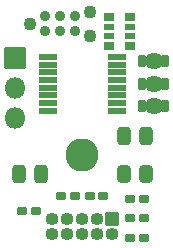
<source format=gbr>
%TF.GenerationSoftware,KiCad,Pcbnew,(6.0.5-0)*%
%TF.CreationDate,2022-12-27T15:40:18-08:00*%
%TF.ProjectId,talonsrx-enc-aeat-6600,74616c6f-6e73-4727-982d-656e632d6165,rev?*%
%TF.SameCoordinates,PX9157080PY6d01460*%
%TF.FileFunction,Soldermask,Bot*%
%TF.FilePolarity,Negative*%
%FSLAX46Y46*%
G04 Gerber Fmt 4.6, Leading zero omitted, Abs format (unit mm)*
G04 Created by KiCad (PCBNEW (6.0.5-0)) date 2022-12-27 15:40:18*
%MOMM*%
%LPD*%
G01*
G04 APERTURE LIST*
G04 Aperture macros list*
%AMRoundRect*
0 Rectangle with rounded corners*
0 $1 Rounding radius*
0 $2 $3 $4 $5 $6 $7 $8 $9 X,Y pos of 4 corners*
0 Add a 4 corners polygon primitive as box body*
4,1,4,$2,$3,$4,$5,$6,$7,$8,$9,$2,$3,0*
0 Add four circle primitives for the rounded corners*
1,1,$1+$1,$2,$3*
1,1,$1+$1,$4,$5*
1,1,$1+$1,$6,$7*
1,1,$1+$1,$8,$9*
0 Add four rect primitives between the rounded corners*
20,1,$1+$1,$2,$3,$4,$5,0*
20,1,$1+$1,$4,$5,$6,$7,0*
20,1,$1+$1,$6,$7,$8,$9,0*
20,1,$1+$1,$8,$9,$2,$3,0*%
G04 Aperture macros list end*
%ADD10RoundRect,0.211000X-0.222500X-0.160000X0.222500X-0.160000X0.222500X0.160000X-0.222500X0.160000X0*%
%ADD11RoundRect,0.211000X0.222500X0.160000X-0.222500X0.160000X-0.222500X-0.160000X0.222500X-0.160000X0*%
%ADD12O,1.802000X1.802000*%
%ADD13RoundRect,0.051000X-0.850000X-0.850000X0.850000X-0.850000X0.850000X0.850000X-0.850000X0.850000X0*%
%ADD14RoundRect,0.301000X-0.250000X-0.475000X0.250000X-0.475000X0.250000X0.475000X-0.250000X0.475000X0*%
%ADD15RoundRect,0.051000X0.737500X-0.225000X0.737500X0.225000X-0.737500X0.225000X-0.737500X-0.225000X0*%
%ADD16C,2.802000*%
%ADD17RoundRect,0.051000X-0.500000X0.500000X-0.500000X-0.500000X0.500000X-0.500000X0.500000X0.500000X0*%
%ADD18O,1.102000X1.102000*%
%ADD19RoundRect,0.051000X0.400000X0.250000X-0.400000X0.250000X-0.400000X-0.250000X0.400000X-0.250000X0*%
%ADD20RoundRect,0.051000X0.400000X0.200000X-0.400000X0.200000X-0.400000X-0.200000X0.400000X-0.200000X0*%
%ADD21RoundRect,0.301000X0.250000X0.475000X-0.250000X0.475000X-0.250000X-0.475000X0.250000X-0.475000X0*%
%ADD22C,1.452000*%
%ADD23RoundRect,0.194750X-0.143750X-0.331250X0.143750X-0.331250X0.143750X0.331250X-0.143750X0.331250X0*%
%ADD24C,0.886860*%
%ADD25C,1.090060*%
%ADD26C,1.087520*%
%ADD27RoundRect,0.301000X-0.262500X-0.450000X0.262500X-0.450000X0.262500X0.450000X-0.262500X0.450000X0*%
G04 APERTURE END LIST*
D10*
%TO.C,D9*%
X13145500Y2540000D03*
X12000500Y2540000D03*
%TD*%
D11*
%TO.C,D8*%
X4001500Y4826000D03*
X2856500Y4826000D03*
%TD*%
D10*
%TO.C,D7*%
X12000500Y4191000D03*
X13145500Y4191000D03*
%TD*%
%TO.C,D6*%
X6158500Y6096000D03*
X7303500Y6096000D03*
%TD*%
D11*
%TO.C,D5*%
X9716500Y6096000D03*
X8571500Y6096000D03*
%TD*%
D10*
%TO.C,D4*%
X12000500Y5842000D03*
X13145500Y5842000D03*
%TD*%
D12*
%TO.C,J3*%
X2222500Y12700000D03*
X2222500Y15240000D03*
D13*
X2222500Y17780000D03*
%TD*%
D14*
%TO.C,C2*%
X11432500Y11112500D03*
X13332500Y11112500D03*
%TD*%
D15*
%TO.C,U1*%
X4999500Y17832500D03*
X4999500Y17182500D03*
X4999500Y16532500D03*
X4999500Y15882500D03*
X4999500Y15232500D03*
X4999500Y14582500D03*
X4999500Y13932500D03*
X4999500Y13282500D03*
X10875500Y13282500D03*
X10875500Y13932500D03*
X10875500Y14582500D03*
X10875500Y15232500D03*
X10875500Y15882500D03*
X10875500Y16532500D03*
X10875500Y17182500D03*
X10875500Y17832500D03*
%TD*%
D16*
%TO.C,H1*%
X7937500Y9575800D03*
%TD*%
D17*
%TO.C,J1*%
X10477500Y4117500D03*
D18*
X10477500Y2847500D03*
X9207500Y4117500D03*
X9207500Y2847500D03*
X7937500Y4117500D03*
X7937500Y2847500D03*
X6667500Y4117500D03*
X6667500Y2847500D03*
X5397500Y4117500D03*
X5397500Y2847500D03*
%TD*%
D19*
%TO.C,RN1*%
X12012500Y21202500D03*
D20*
X12012500Y20402500D03*
X12012500Y19602500D03*
D19*
X12012500Y18802500D03*
X10212500Y18802500D03*
D20*
X10212500Y19602500D03*
X10212500Y20402500D03*
D19*
X10212500Y21202500D03*
%TD*%
D21*
%TO.C,C1*%
X2542500Y7937500D03*
X4442500Y7937500D03*
%TD*%
D22*
%TO.C,D3*%
X13970000Y15557500D03*
D23*
X12982500Y15557500D03*
X14957500Y15557500D03*
%TD*%
D22*
%TO.C,D2*%
X13970000Y17462500D03*
D23*
X12982500Y17462500D03*
X14957500Y17462500D03*
%TD*%
D24*
%TO.C,J2*%
X7302500Y20002500D03*
X7302500Y21272500D03*
X6032500Y20002500D03*
X6032500Y21272500D03*
X4762500Y20002500D03*
X4762500Y21272500D03*
D25*
X3492500Y20637500D03*
D26*
X8572500Y19621500D03*
X8572500Y21653500D03*
%TD*%
D27*
%TO.C,R3*%
X11470000Y7937500D03*
X13295000Y7937500D03*
%TD*%
D22*
%TO.C,D1*%
X13970000Y13652500D03*
D23*
X12982500Y13652500D03*
X14957500Y13652500D03*
%TD*%
M02*

</source>
